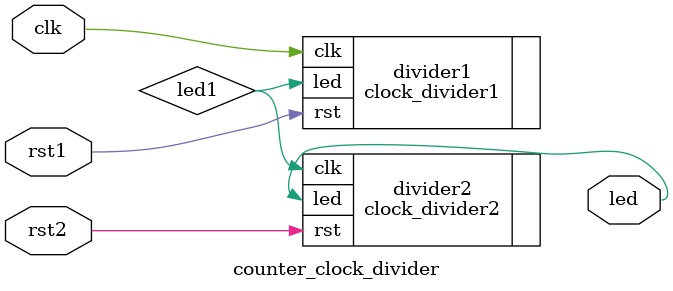
<source format=v>
`timescale 1ns / 1ps


module counter_clock_divider(
    input clk,
    input rst1,
    input rst2,
    output led
    );
    
    wire led1;
    
    clock_divider1 divider1(.clk(clk), .rst(rst1), .led(led1));
    
    clock_divider2 divider2(.clk(led1), .rst(rst2), .led(led));
    
endmodule

</source>
